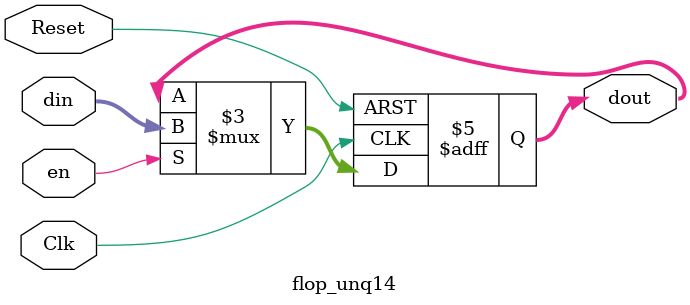
<source format=sv>

/* *****************************************************************************
 * File: flop.vp
 * 
 * Description:
 * Genesis2 flip-flop generator.
 * 
 * Required Genesis2 Controlable Parameters:
 * * Type		- Constant, Flop, RFlop, EFlop, or REFlop
 * * Width		- integer value specifying register width
 * * Default		- default value for the flop 
 *			 (only applies when flop_type=constant|rflop|reflop)
 * * SyncMode		- Sync or ASync flop * Change bar:
 * 
 * 
 * -----------
 * Date          Author   Description
 * Mar 30, 2010  shacham  init version  --  
 * May 20, 2014  jingpu   Add Async mode, change to active low reset
 * 
 * ****************************************************************************/


/*******************************************************************************
 * REQUIRED PARAMETERIZATION
 ******************************************************************************/
// Type (_GENESIS2_INHERITANCE_PRIORITY_) = REFlop
//
// Default (_GENESIS2_INHERITANCE_PRIORITY_) = 0xffff
//
// Width (_GENESIS2_INHERITANCE_PRIORITY_) = 16
//
// SyncMode (_GENESIS2_DECLARATION_PRIORITY_) = ASync
//

module flop_unq14(
	       //inputs
	       input wire logic 		   Clk,
	       input wire logic [15:0]  din,
	       input wire logic 		   Reset,
	       input wire logic 		   en,

	       //outputs
	       output logic [15:0] dout
	       );


   /* synopsys dc_tcl_script_begin
    set_dont_retime [current_design] true
    set_optimize_registers false -design [current_design]
    */
   


   
   always_ff @(posedge Clk or negedge Reset) begin
      if (!Reset) 
	dout <= 16'hffff;
      else if (en)
	dout <= din;
   end

endmodule : flop_unq14

</source>
